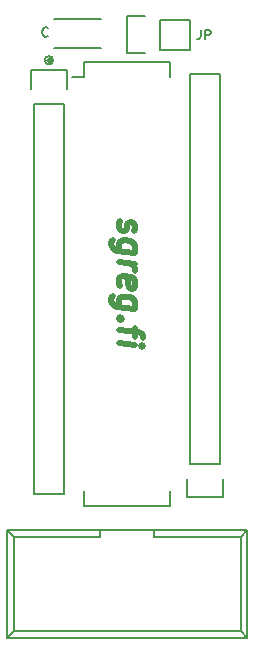
<source format=gto>
G04 #@! TF.FileFunction,Legend,Top*
%FSLAX46Y46*%
G04 Gerber Fmt 4.6, Leading zero omitted, Abs format (unit mm)*
G04 Created by KiCad (PCBNEW 4.0.2+e4-6225~38~ubuntu15.10.1-stable) date Thu 05 May 2016 06:03:02 PM EEST*
%MOMM*%
G01*
G04 APERTURE LIST*
%ADD10C,0.100000*%
%ADD11C,0.200000*%
%ADD12C,0.500000*%
%ADD13C,0.150000*%
G04 APERTURE END LIST*
D10*
D11*
X133159500Y-71247000D02*
G75*
G03X133159500Y-71247000I-63500J0D01*
G01*
X133237990Y-71247000D02*
G75*
G03X133237990Y-71247000I-141990J0D01*
G01*
X145954786Y-68649905D02*
X145954786Y-69221333D01*
X145916690Y-69335619D01*
X145840500Y-69411810D01*
X145726214Y-69449905D01*
X145650024Y-69449905D01*
X146335738Y-69449905D02*
X146335738Y-68649905D01*
X146640500Y-68649905D01*
X146716691Y-68688000D01*
X146754786Y-68726095D01*
X146792881Y-68802286D01*
X146792881Y-68916571D01*
X146754786Y-68992762D01*
X146716691Y-69030857D01*
X146640500Y-69068952D01*
X146335738Y-69068952D01*
X133275605Y-71247000D02*
G75*
G03X133275605Y-71247000I-179605J0D01*
G01*
X133455210Y-71247000D02*
G75*
G03X133455210Y-71247000I-359210J0D01*
G01*
X133026119Y-69183214D02*
X132988024Y-69221310D01*
X132873738Y-69259405D01*
X132797548Y-69259405D01*
X132683262Y-69221310D01*
X132607071Y-69145119D01*
X132568976Y-69068929D01*
X132530881Y-68916548D01*
X132530881Y-68802262D01*
X132568976Y-68649881D01*
X132607071Y-68573690D01*
X132683262Y-68497500D01*
X132797548Y-68459405D01*
X132873738Y-68459405D01*
X132988024Y-68497500D01*
X133026119Y-68535595D01*
D12*
X139144476Y-84830714D02*
X139049238Y-85009286D01*
X139049238Y-85390238D01*
X139144476Y-85592619D01*
X139334952Y-85711666D01*
X139430190Y-85723571D01*
X139620667Y-85652142D01*
X139715905Y-85473571D01*
X139715905Y-85187857D01*
X139811143Y-85009285D01*
X140001619Y-84937856D01*
X140096857Y-84949761D01*
X140287333Y-85068809D01*
X140382571Y-85271190D01*
X140382571Y-85556904D01*
X140287333Y-85735476D01*
X140382571Y-87556904D02*
X138763524Y-87354523D01*
X138573048Y-87235476D01*
X138477810Y-87128333D01*
X138382571Y-86925952D01*
X138382571Y-86640238D01*
X138477810Y-86461666D01*
X139144476Y-87402143D02*
X139049238Y-87199762D01*
X139049238Y-86818810D01*
X139144476Y-86640239D01*
X139239714Y-86556904D01*
X139430190Y-86485476D01*
X140001619Y-86556904D01*
X140192095Y-86675952D01*
X140287333Y-86783096D01*
X140382571Y-86985476D01*
X140382571Y-87366428D01*
X140287333Y-87545000D01*
X139049238Y-88342619D02*
X140382571Y-88509285D01*
X140001619Y-88461666D02*
X140192095Y-88580715D01*
X140287333Y-88687858D01*
X140382571Y-88890238D01*
X140382571Y-89080714D01*
X139144476Y-90354524D02*
X139049238Y-90152143D01*
X139049238Y-89771191D01*
X139144476Y-89592619D01*
X139334952Y-89521190D01*
X140096857Y-89616428D01*
X140287333Y-89735476D01*
X140382571Y-89937857D01*
X140382571Y-90318809D01*
X140287333Y-90497381D01*
X140096857Y-90568809D01*
X139906381Y-90545000D01*
X139715905Y-89568809D01*
X140382571Y-92318809D02*
X138763524Y-92116428D01*
X138573048Y-91997381D01*
X138477810Y-91890238D01*
X138382571Y-91687857D01*
X138382571Y-91402143D01*
X138477810Y-91223571D01*
X139144476Y-92164048D02*
X139049238Y-91961667D01*
X139049238Y-91580715D01*
X139144476Y-91402144D01*
X139239714Y-91318809D01*
X139430190Y-91247381D01*
X140001619Y-91318809D01*
X140192095Y-91437857D01*
X140287333Y-91545001D01*
X140382571Y-91747381D01*
X140382571Y-92128333D01*
X140287333Y-92306905D01*
X139239714Y-93128333D02*
X139144476Y-93211668D01*
X139049238Y-93104524D01*
X139144476Y-93021191D01*
X139239714Y-93128333D01*
X139049238Y-93104524D01*
X140382571Y-93937857D02*
X140382571Y-94699762D01*
X139049238Y-94056905D02*
X140763524Y-94271191D01*
X140954000Y-94390239D01*
X141049238Y-94592620D01*
X141049238Y-94783096D01*
X139049238Y-95199762D02*
X140382571Y-95366428D01*
X141049238Y-95449762D02*
X140954000Y-95342619D01*
X140858762Y-95425952D01*
X140954000Y-95533096D01*
X141049238Y-95449762D01*
X140858762Y-95425952D01*
D13*
X136025000Y-71365000D02*
X136025000Y-72635000D01*
X143375000Y-71365000D02*
X143375000Y-72635000D01*
X143375000Y-108975000D02*
X143375000Y-107705000D01*
X136025000Y-108975000D02*
X136025000Y-107705000D01*
X136025000Y-71365000D02*
X143375000Y-71365000D01*
X136025000Y-108975000D02*
X143375000Y-108975000D01*
X136025000Y-72635000D02*
X135090000Y-72635000D01*
X137529000Y-70211000D02*
X133529000Y-70211000D01*
X137529000Y-67711000D02*
X133529000Y-67711000D01*
X134366000Y-74930000D02*
X134366000Y-107950000D01*
X134366000Y-107950000D02*
X131826000Y-107950000D01*
X131826000Y-107950000D02*
X131826000Y-74930000D01*
X131546000Y-72110000D02*
X131546000Y-73660000D01*
X131826000Y-74930000D02*
X134366000Y-74930000D01*
X134646000Y-73660000D02*
X134646000Y-72110000D01*
X134646000Y-72110000D02*
X131546000Y-72110000D01*
X145034000Y-105410000D02*
X145034000Y-72390000D01*
X145034000Y-72390000D02*
X147574000Y-72390000D01*
X147574000Y-72390000D02*
X147574000Y-105410000D01*
X147854000Y-108230000D02*
X147854000Y-106680000D01*
X147574000Y-105410000D02*
X145034000Y-105410000D01*
X144754000Y-106680000D02*
X144754000Y-108230000D01*
X144754000Y-108230000D02*
X147854000Y-108230000D01*
X149860000Y-120120000D02*
X129540000Y-120120000D01*
X149320000Y-119570000D02*
X130100000Y-119570000D01*
X149860000Y-111020000D02*
X129540000Y-111020000D01*
X149320000Y-111570000D02*
X141950000Y-111570000D01*
X137450000Y-111570000D02*
X130100000Y-111570000D01*
X141950000Y-111570000D02*
X141950000Y-111020000D01*
X137450000Y-111570000D02*
X137450000Y-111020000D01*
X149860000Y-120120000D02*
X149860000Y-111020000D01*
X149320000Y-119570000D02*
X149320000Y-111570000D01*
X129540000Y-120120000D02*
X129540000Y-111020000D01*
X130100000Y-119570000D02*
X130100000Y-111570000D01*
X149860000Y-120120000D02*
X149320000Y-119570000D01*
X129540000Y-120120000D02*
X130100000Y-119570000D01*
X149860000Y-111020000D02*
X149320000Y-111570000D01*
X129540000Y-111020000D02*
X130100000Y-111570000D01*
X139674000Y-70638000D02*
X141224000Y-70638000D01*
X145034000Y-70358000D02*
X142494000Y-70358000D01*
X142494000Y-70358000D02*
X142494000Y-67818000D01*
X141224000Y-67538000D02*
X139674000Y-67538000D01*
X139674000Y-67538000D02*
X139674000Y-70638000D01*
X142494000Y-67818000D02*
X145034000Y-67818000D01*
X145034000Y-67818000D02*
X145034000Y-70358000D01*
M02*

</source>
